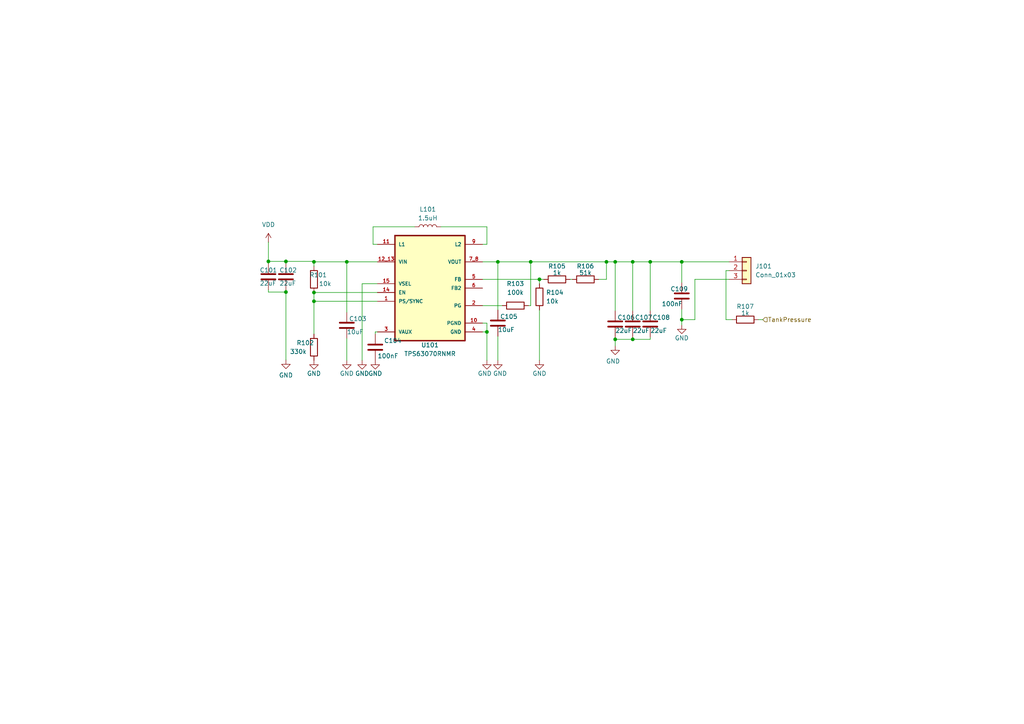
<source format=kicad_sch>
(kicad_sch (version 20231120) (generator "eeschema") (generator_version "8.0")
  (paper "A4")
  (lib_symbols
    (symbol "Connector_Generic:Conn_01x03" (pin_names (offset 1.016) hide)
      (property "Reference" "J" (at 0 5.08 0))
      (property "Value" "Conn_01x03" (at 0 -5.08 0))
      (symbol "Conn_01x03_1_1"
        (rectangle (start -1.27 -2.413) (end 0 -2.667) (stroke (width 0.1524)))
        (rectangle (start -1.27 0.127) (end 0 -0.127) (stroke (width 0.1524)))
        (rectangle (start -1.27 2.667) (end 0 2.413) (stroke (width 0.1524)))
        (rectangle (start -1.27 3.81) (end 1.27 -3.81) (stroke (width 0.254)) (fill (type background)))
        (pin passive line (at -5.08 2.54 0) (length 3.81) (name "Pin_1") (number "1"))
        (pin passive line (at -5.08 0 0) (length 3.81) (name "Pin_2") (number "2"))
        (pin passive line (at -5.08 -2.54 0) (length 3.81) (name "Pin_3") (number "3"))
      )
    )
    (symbol "Device:C" (pin_numbers hide) (pin_names (offset 0.254))
      (property "Reference" "C" (at 0.635 2.54 0))
      (property "Value" "C" (at 0.635 -2.54 0))
      (symbol "C_0_1"
        (polyline (pts (xy -2.032 -0.762) (xy 2.032 -0.762)) (stroke (width 0.508)))
        (polyline (pts (xy -2.032 0.762) (xy 2.032 0.762)) (stroke (width 0.508)))
      )
      (symbol "C_1_1"
        (pin passive line (at 0 3.81 270) (length 2.794) (name "~") (number "1"))
        (pin passive line (at 0 -3.81 90) (length 2.794) (name "~") (number "2"))
      )
    )
    (symbol "Device:L" (pin_numbers hide) (pin_names (offset 1.016) hide)
      (property "Reference" "L" (at -1.27 0 90))
      (property "Value" "L" (at 1.905 0 90))
      (symbol "L_0_1"
        (arc (start 0 -2.54) (mid 0.6323 -1.905) (end 0 -1.27))
        (arc (start 0 -1.27) (mid 0.6323 -0.635) (end 0 0))
        (arc (start 0 0) (mid 0.6323 0.635) (end 0 1.27))
        (arc (start 0 1.27) (mid 0.6323 1.905) (end 0 2.54))
      )
      (symbol "L_1_1"
        (pin passive line (at 0 3.81 270) (length 1.27) (name "1") (number "1"))
        (pin passive line (at 0 -3.81 90) (length 1.27) (name "2") (number "2"))
      )
    )
    (symbol "Device:R" (pin_numbers hide) (pin_names (offset 0))
      (property "Reference" "R" (at 2.032 0 90))
      (property "Value" "R" (at 0 0 90))
      (symbol "R_0_1"
        (rectangle (start -1.016 -2.54) (end 1.016 2.54) (stroke (width 0.254)))
      )
      (symbol "R_1_1"
        (pin passive line (at 0 3.81 270) (length 1.27) (name "~") (number "1"))
        (pin passive line (at 0 -3.81 90) (length 1.27) (name "~") (number "2"))
      )
    )
    (symbol "WOBCLibrary:TPS63070RNMR" (pin_names (offset 1.016))
      (property "Reference" "U" (at -12.7 29.21 0))
      (property "Value" "TPS63070RNMR" (at -12.7 -19.24 0))
      (symbol "TPS63070RNMR_0_0"
        (rectangle (start -10.16 15.24) (end 10.16 -15.24) (stroke (width 0.41)) (fill (type background)))
        (pin input line (at -15.24 -3.81 0) (length 5.08) (name "PS/SYNC") (number "1"))
        (pin power_in line (at 15.24 -10.16 180) (length 5.08) (name "PGND") (number "10"))
        (pin bidirectional line (at -15.24 12.7 0) (length 5.08) (name "L1") (number "11"))
        (pin input line (at -15.24 7.62 0) (length 5.08) (name "VIN") (number "12_13"))
        (pin input line (at -15.24 -1.27 0) (length 5.08) (name "EN") (number "14"))
        (pin input line (at -15.24 1.27 0) (length 5.08) (name "VSEL") (number "15"))
        (pin output line (at 15.24 -5.08 180) (length 5.08) (name "PG") (number "2"))
        (pin output line (at -15.24 -12.7 0) (length 5.08) (name "VAUX") (number "3"))
        (pin power_in line (at 15.24 -12.7 180) (length 5.08) (name "GND") (number "4"))
        (pin input line (at 15.24 2.54 180) (length 5.08) (name "FB") (number "5"))
        (pin output line (at 15.24 0 180) (length 5.08) (name "FB2") (number "6"))
        (pin output line (at 15.24 7.62 180) (length 5.08) (name "VOUT") (number "7_8"))
        (pin bidirectional line (at 15.24 12.7 180) (length 5.08) (name "L2") (number "9"))
      )
    )
    (symbol "power:GND" (power) (pin_names (offset 0))
      (property "Value" "GND" (at 0 -3.81 0))
      (symbol "GND_0_1"
        (polyline (pts (xy 0 0) (xy 0 -1.27) (xy 1.27 -1.27) (xy 0 -2.54) (xy -1.27 -1.27) (xy 0 -1.27)))
      )
      (symbol "GND_1_1"
        (pin power_in line (at 0 0 270) (length 0) hide (name "GND") (number "1"))
      )
    )
    (symbol "power:VDD" (power) (pin_numbers hide) (pin_names (offset 0) hide)
      (property "Value" "VDD" (at 0 3.556 0))
      (symbol "VDD_0_1"
        (polyline (pts (xy -0.762 1.27) (xy 0 2.54)))
        (polyline (pts (xy 0 0) (xy 0 2.54)))
        (polyline (pts (xy 0 2.54) (xy 0.762 1.27)))
      )
      (symbol "VDD_1_1"
        (pin power_in line (at 0 0 90) (length 0) (name "~") (number "1"))
      )
    )
  )
  (junction (at 82.931 75.819))
  (junction (at 77.851 75.819))
  (junction (at 178.435 75.946))
  (junction (at 175.895 75.946))
  (junction (at 153.924 75.946))
  (junction (at 144.399 75.946))
  (junction (at 197.739 92.71))
  (junction (at 178.435 98.425))
  (junction (at 141.224 96.266))
  (junction (at 82.931 84.709))
  (junction (at 91.059 87.376))
  (junction (at 156.464 81.026))
  (junction (at 188.595 75.946))
  (junction (at 183.515 98.425))
  (junction (at 183.515 75.946))
  (junction (at 197.739 75.946))
  (junction (at 100.584 75.946))
  (junction (at 91.059 75.946))
  (junction (at 91.059 84.836))
  (wire (pts (xy 109.474 82.296) (xy 105.029 82.296)))
  (wire (pts (xy 141.224 96.266) (xy 141.224 104.521)))
  (wire (pts (xy 165.989 81.026) (xy 165.354 81.026)))
  (wire (pts (xy 139.954 81.026) (xy 156.464 81.026)))
  (wire (pts (xy 178.435 98.425) (xy 178.435 100.33)))
  (wire (pts (xy 178.435 75.946) (xy 183.515 75.946)))
  (wire (pts (xy 141.224 70.866) (xy 139.954 70.866)))
  (wire (pts (xy 108.204 65.786) (xy 108.204 70.866)))
  (wire (pts (xy 100.584 90.551) (xy 100.584 75.946)))
  (wire (pts (xy 197.739 75.946) (xy 197.739 82.042)))
  (wire (pts (xy 108.839 96.901) (xy 108.839 96.266)))
  (wire (pts (xy 175.895 75.946) (xy 178.435 75.946)))
  (wire (pts (xy 82.931 75.819) (xy 91.059 75.819)))
  (wire (pts (xy 144.399 75.946) (xy 144.399 89.916)))
  (wire (pts (xy 82.931 84.709) (xy 82.931 104.394)))
  (wire (pts (xy 210.566 78.486) (xy 211.455 78.486)))
  (wire (pts (xy 183.515 97.79) (xy 183.515 98.425)))
  (wire (pts (xy 178.435 98.425) (xy 178.435 97.79)))
  (wire (pts (xy 139.954 75.946) (xy 144.399 75.946)))
  (wire (pts (xy 120.269 65.786) (xy 108.204 65.786)))
  (wire (pts (xy 91.059 75.946) (xy 91.059 77.216)))
  (wire (pts (xy 108.839 96.266) (xy 109.474 96.266)))
  (wire (pts (xy 77.851 75.819) (xy 82.931 75.819)))
  (wire (pts (xy 91.059 84.836) (xy 109.474 84.836)))
  (wire (pts (xy 197.739 75.946) (xy 211.455 75.946)))
  (wire (pts (xy 139.954 93.726) (xy 141.224 93.726)))
  (wire (pts (xy 141.224 65.786) (xy 141.224 70.866)))
  (wire (pts (xy 127.889 65.786) (xy 141.224 65.786)))
  (wire (pts (xy 141.224 96.266) (xy 139.954 96.266)))
  (wire (pts (xy 219.964 92.71) (xy 221.234 92.71)))
  (wire (pts (xy 100.584 98.171) (xy 100.584 104.521)))
  (wire (pts (xy 153.924 75.946) (xy 175.895 75.946)))
  (wire (pts (xy 91.059 84.836) (xy 91.059 87.376)))
  (wire (pts (xy 183.515 98.425) (xy 178.435 98.425)))
  (wire (pts (xy 156.464 89.916) (xy 156.464 104.521)))
  (wire (pts (xy 178.435 75.946) (xy 178.435 90.17)))
  (wire (pts (xy 175.895 81.026) (xy 173.609 81.026)))
  (wire (pts (xy 91.059 87.376) (xy 109.474 87.376)))
  (wire (pts (xy 77.851 75.819) (xy 77.851 76.454)))
  (wire (pts (xy 82.931 75.819) (xy 82.931 76.454)))
  (wire (pts (xy 108.204 70.866) (xy 109.474 70.866)))
  (wire (pts (xy 105.029 82.296) (xy 105.029 104.521)))
  (wire (pts (xy 188.595 75.946) (xy 183.515 75.946)))
  (wire (pts (xy 77.851 70.231) (xy 77.851 75.819)))
  (wire (pts (xy 77.851 84.074) (xy 77.851 84.709)))
  (wire (pts (xy 153.289 88.646) (xy 153.924 88.646)))
  (wire (pts (xy 188.595 97.79) (xy 188.595 98.425)))
  (wire (pts (xy 188.595 75.946) (xy 188.595 90.17)))
  (wire (pts (xy 183.515 75.946) (xy 183.515 90.17)))
  (wire (pts (xy 175.895 75.946) (xy 175.895 81.026)))
  (wire (pts (xy 156.464 81.026) (xy 157.734 81.026)))
  (wire (pts (xy 156.464 82.296) (xy 156.464 81.026)))
  (wire (pts (xy 144.399 75.946) (xy 153.924 75.946)))
  (wire (pts (xy 91.059 87.376) (xy 91.059 96.901)))
  (wire (pts (xy 153.924 88.646) (xy 153.924 75.946)))
  (wire (pts (xy 100.584 75.946) (xy 109.474 75.946)))
  (wire (pts (xy 188.595 98.425) (xy 183.515 98.425)))
  (wire (pts (xy 201.549 92.71) (xy 201.549 81.026)))
  (wire (pts (xy 145.669 88.646) (xy 139.954 88.646)))
  (wire (pts (xy 197.739 94.234) (xy 197.739 92.71)))
  (wire (pts (xy 197.739 92.71) (xy 201.549 92.71)))
  (wire (pts (xy 91.059 75.946) (xy 100.584 75.946)))
  (wire (pts (xy 144.399 104.521) (xy 144.399 97.536)))
  (wire (pts (xy 201.549 81.026) (xy 211.455 81.026)))
  (wire (pts (xy 197.739 89.662) (xy 197.739 92.71)))
  (wire (pts (xy 82.931 84.074) (xy 82.931 84.709)))
  (wire (pts (xy 141.224 93.726) (xy 141.224 96.266)))
  (wire (pts (xy 91.059 75.819) (xy 91.059 75.946)))
  (wire (pts (xy 210.566 92.71) (xy 212.344 92.71)))
  (wire (pts (xy 188.595 75.946) (xy 197.739 75.946)))
  (wire (pts (xy 77.851 84.709) (xy 82.931 84.709)))
  (wire (pts (xy 210.566 78.486) (xy 210.566 92.71)))
  (hierarchical_label "TankPressure" (shape input) (at 221.234 92.71 0))
  (symbol (lib_id "power:GND") (at 91.059 104.521 0) (unit 1)
    (property "Reference" "#PWR0103" (effects (hide yes)))
    (property "Value" "GND" (at 91.059 108.331 0))
  )
  (symbol (lib_id "Device:R") (at 169.799 81.026 90) (unit 1)
    (property "Reference" "R106" (at 169.799 77.216 90))
    (property "Value" "51k" (at 169.799 79.121 90))
    (property "Footprint" "Resistor_SMD:R_0402_1005Metric" (effects (hide yes)))
    (property "LCSC" " C25794" (effects (hide yes)))
  )
  (symbol (lib_id "power:GND") (at 178.435 100.33 0) (unit 1)
    (property "Reference" "#PWR0110" (effects (hide yes)))
    (property "Value" "GND" (at 177.8 104.775 0))
  )
  (symbol (lib_id "Device:R") (at 91.059 100.711 0) (unit 1)
    (property "Reference" "R102" (at 85.979 99.441 0) (effects (justify left)))
    (property "Value" "330k" (at 84.074 101.981 0) (effects (justify left)))
    (property "Footprint" "Resistor_SMD:R_0402_1005Metric" (effects (hide yes)))
    (property "LCSC" "C23137" (effects (hide yes)))
  )
  (symbol (lib_id "Device:C") (at 108.839 100.711 0) (unit 1)
    (property "Reference" "C104" (at 111.379 98.806 0) (effects (justify left)))
    (property "Value" "100nF" (at 109.474 103.251 0) (effects (justify left)))
    (property "Footprint" "Capacitor_SMD:C_0402_1005Metric" (effects (hide yes)))
    (property "LCSC" "C1525" (effects (hide yes)))
  )
  (symbol (lib_id "power:GND") (at 108.839 104.521 0) (unit 1)
    (property "Reference" "#PWR0106" (effects (hide yes)))
    (property "Value" "GND" (at 108.839 108.331 0))
  )
  (symbol (lib_id "Device:C") (at 178.435 93.98 0) (unit 1)
    (property "Reference" "C106" (at 179.07 92.075 0) (effects (justify left)))
    (property "Value" "22uF" (at 178.435 95.885 0) (effects (justify left)))
    (property "Footprint" "Capacitor_SMD:C_0805_2012Metric" (effects (hide yes)))
    (property "LCSC" "C45783" (effects (hide yes)))
  )
  (symbol (lib_id "power:GND") (at 100.584 104.521 0) (unit 1)
    (property "Reference" "#PWR0104" (effects (hide yes)))
    (property "Value" "GND" (at 100.584 108.331 0))
  )
  (symbol (lib_id "Device:R") (at 161.544 81.026 90) (unit 1)
    (property "Reference" "R105" (at 161.544 77.216 90))
    (property "Value" "1k" (at 161.544 79.121 90))
    (property "Footprint" "Resistor_SMD:R_0402_1005Metric" (effects (hide yes)))
    (property "LCSC" " C11702" (effects (hide yes)))
  )
  (symbol (lib_id "power:GND") (at 141.224 104.521 0) (unit 1)
    (property "Reference" "#PWR0107" (effects (hide yes)))
    (property "Value" "GND" (at 140.589 108.331 0))
  )
  (symbol (lib_id "Device:C") (at 77.851 80.264 0) (unit 1)
    (property "Reference" "C101" (at 75.311 78.359 0) (effects (justify left)))
    (property "Value" "22uF" (at 75.311 82.169 0) (effects (justify left)))
    (property "Footprint" "Capacitor_SMD:C_0805_2012Metric" (effects (hide yes)))
    (property "LCSC" "C45783" (effects (hide yes)))
  )
  (symbol (lib_id "Device:C") (at 82.931 80.264 0) (unit 1)
    (property "Reference" "C102" (at 81.026 78.359 0) (effects (justify left)))
    (property "Value" "22uF" (at 81.026 82.169 0) (effects (justify left)))
    (property "Footprint" "Capacitor_SMD:C_0805_2012Metric" (effects (hide yes)))
    (property "LCSC" "C45783" (effects (hide yes)))
  )
  (symbol (lib_id "Device:R") (at 91.059 81.026 180) (unit 1)
    (property "Reference" "R101" (at 94.869 79.756 0) (effects (justify left)))
    (property "Value" "10k" (at 96.139 82.296 0) (effects (justify left)))
    (property "Footprint" "Resistor_SMD:R_0402_1005Metric" (effects (hide yes)))
    (property "LCSC" "C25744" (effects (hide yes)))
  )
  (symbol (lib_id "power:GND") (at 197.739 94.234 0) (unit 1)
    (property "Reference" "#PWR0111" (effects (hide yes)))
    (property "Value" "GND" (at 197.739 98.044 0))
  )
  (symbol (lib_id "power:GND") (at 82.931 104.394 0) (unit 1)
    (property "Reference" "#PWR0102" (effects (hide yes)))
    (property "Value" "GND" (at 82.931 108.839 0))
  )
  (symbol (lib_id "Device:R") (at 149.479 88.646 270) (unit 1)
    (property "Reference" "R103" (at 149.479 82.296 90))
    (property "Value" "100k" (at 149.479 84.836 90))
    (property "Footprint" "Resistor_SMD:R_0402_1005Metric" (effects (hide yes)))
    (property "LCSC" "C25741" (effects (hide yes)))
  )
  (symbol (lib_id "power:VDD") (at 77.851 70.231 0) (unit 1)
    (property "Reference" "#PWR0101" (effects (hide yes)))
    (property "Value" "VDD" (at 77.851 65.151 0))
    (property "Description" "Power symbol creates a global label with name \"VDD\"" (effects (hide yes)))
  )
  (symbol (lib_id "power:GND") (at 105.029 104.521 0) (unit 1)
    (property "Reference" "#PWR0105" (effects (hide yes)))
    (property "Value" "GND" (at 105.029 108.331 0))
  )
  (symbol (lib_id "Device:C") (at 197.739 85.852 0) (unit 1)
    (property "Reference" "C109" (at 194.437 83.82 0) (effects (justify left)))
    (property "Value" "100nF" (at 191.897 88.138 0) (effects (justify left)))
    (property "Footprint" "Capacitor_SMD:C_0402_1005Metric" (effects (hide yes)))
    (property "LCSC" "C1525" (effects (hide yes)))
  )
  (symbol (lib_id "Device:C") (at 188.595 93.98 0) (unit 1)
    (property "Reference" "C108" (at 189.23 92.075 0) (effects (justify left)))
    (property "Value" "22uF" (at 188.595 95.885 0) (effects (justify left)))
    (property "Footprint" "Capacitor_SMD:C_0805_2012Metric" (effects (hide yes)))
    (property "LCSC" "C45783" (effects (hide yes)))
  )
  (symbol (lib_id "power:GND") (at 156.464 104.521 0) (unit 1)
    (property "Reference" "#PWR0109" (effects (hide yes)))
    (property "Value" "GND" (at 156.464 108.331 0))
  )
  (symbol (lib_id "Device:R") (at 156.464 86.106 180) (unit 1)
    (property "Reference" "R104" (at 158.369 84.836 0) (effects (justify right)))
    (property "Value" "10k" (at 158.369 87.376 0) (effects (justify right)))
    (property "Footprint" "Resistor_SMD:R_0402_1005Metric" (effects (hide yes)))
    (property "LCSC" "C25744" (effects (hide yes)))
  )
  (symbol (lib_id "Connector_Generic:Conn_01x03") (at 216.535 78.486 0) (unit 1)
    (property "Reference" "J101" (at 219.075 77.2159 0) (effects (justify left)))
    (property "Value" "Conn_01x03" (at 219.075 79.7559 0) (effects (justify left)))
    (property "Footprint" "Connector_JST:JST_PH_B3B-PH-K_1x03_P2.00mm_Vertical" (effects (hide yes)))
    (property "Description" "Generic connector, single row, 01x03, script generated (kicad-library-utils/schlib/autogen/connector/)" (effects (hide yes)))
  )
  (symbol (lib_id "WOBCLibrary:TPS63070RNMR") (at 124.714 83.566 0) (unit 1)
    (property "Reference" "U101" (at 124.714 100.076 0))
    (property "Value" "TPS63070RNMR" (at 124.714 102.616 0))
    (property "Footprint" "WOBCLibrary:VREG_TPS63070RNMR" (effects (hide yes)))
    (property "Description" "Wide input voltage (2V-16V) buck-boost converter" (effects (hide yes)))
    (property "MF" "Texas Instruments" (effects (hide yes)))
    (property "Package" "VQFN-HR-15 Texas Instruments" (effects (hide yes)))
    (property "Price" "None" (effects (hide yes)))
    (property "SnapEDA_Link" "https://www.snapeda.com/parts/TPS63070RNMR/Texas+Instruments/view-part/?ref=snap" (effects (hide yes)))
    (property "MP" "TPS63070RNMR" (effects (hide yes)))
    (property "Purchase-URL" "https://www.snapeda.com/api/url_track_click_mouser/?unipart_id=583017&manufacturer=Texas Instruments&part_name=TPS63070RNMR&search_term=None" (effects (hide yes)))
    (property "Availability" "In Stock" (effects (hide yes)))
    (property "Check_prices" "https://www.snapeda.com/parts/TPS63070RNMR/Texas+Instruments/view-part/?ref=eda" (effects (hide yes)))
    (property "LCSC" "C109322" (effects (hide yes)))
  )
  (symbol (lib_id "Device:R") (at 216.154 92.71 90) (unit 1)
    (property "Reference" "R107" (at 216.154 88.9 90))
    (property "Value" "1k" (at 216.154 90.805 90))
    (property "Footprint" "Resistor_SMD:R_0402_1005Metric" (effects (hide yes)))
    (property "LCSC" " C11702" (effects (hide yes)))
  )
  (symbol (lib_id "Device:C") (at 100.584 94.361 0) (unit 1)
    (property "Reference" "C103" (at 101.219 92.456 0) (effects (justify left)))
    (property "Value" "10uF" (at 100.584 96.266 0) (effects (justify left)))
    (property "Footprint" "Capacitor_SMD:C_0603_1608Metric" (effects (hide yes)))
    (property "LCSC" "C96446" (effects (hide yes)))
  )
  (symbol (lib_id "Device:L") (at 124.079 65.786 90) (unit 1)
    (property "Reference" "L101" (at 124.079 60.706 90))
    (property "Value" "1.5uH" (at 124.079 63.246 90))
    (property "Footprint" "Inductor_SMD:L_Wuerth_WE-TPC-3816" (effects (hide yes)))
    (property "LCSC" "C3033018" (effects (hide yes)))
  )
  (symbol (lib_id "Device:C") (at 183.515 93.98 0) (unit 1)
    (property "Reference" "C107" (at 184.15 92.075 0) (effects (justify left)))
    (property "Value" "22uF" (at 183.515 95.885 0) (effects (justify left)))
    (property "Footprint" "Capacitor_SMD:C_0805_2012Metric" (effects (hide yes)))
    (property "LCSC" "C45783" (effects (hide yes)))
  )
  (symbol (lib_id "Device:C") (at 144.399 93.726 0) (unit 1)
    (property "Reference" "C105" (at 145.034 91.821 0) (effects (justify left)))
    (property "Value" "10uF" (at 144.399 95.631 0) (effects (justify left)))
    (property "Footprint" "Capacitor_SMD:C_0603_1608Metric" (effects (hide yes)))
    (property "LCSC" "C96446" (effects (hide yes)))
  )
  (symbol (lib_id "power:GND") (at 144.399 104.521 0) (unit 1)
    (property "Reference" "#PWR0108" (effects (hide yes)))
    (property "Value" "GND" (at 145.034 108.331 0))
  )
)
</source>
